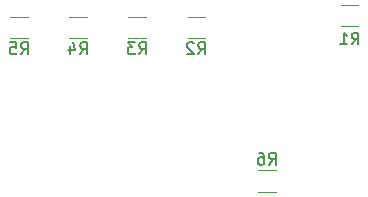
<source format=gbr>
%TF.GenerationSoftware,KiCad,Pcbnew,(6.0.6-0)*%
%TF.CreationDate,2022-07-16T17:32:28+08:00*%
%TF.ProjectId,__,8cc82e6b-6963-4616-945f-706362585858,rev?*%
%TF.SameCoordinates,Original*%
%TF.FileFunction,Legend,Bot*%
%TF.FilePolarity,Positive*%
%FSLAX46Y46*%
G04 Gerber Fmt 4.6, Leading zero omitted, Abs format (unit mm)*
G04 Created by KiCad (PCBNEW (6.0.6-0)) date 2022-07-16 17:32:28*
%MOMM*%
%LPD*%
G01*
G04 APERTURE LIST*
%ADD10C,0.150000*%
%ADD11C,0.120000*%
G04 APERTURE END LIST*
D10*
%TO.C,R2*%
X96166666Y-72272380D02*
X96500000Y-71796190D01*
X96738095Y-72272380D02*
X96738095Y-71272380D01*
X96357142Y-71272380D01*
X96261904Y-71320000D01*
X96214285Y-71367619D01*
X96166666Y-71462857D01*
X96166666Y-71605714D01*
X96214285Y-71700952D01*
X96261904Y-71748571D01*
X96357142Y-71796190D01*
X96738095Y-71796190D01*
X95785714Y-71367619D02*
X95738095Y-71320000D01*
X95642857Y-71272380D01*
X95404761Y-71272380D01*
X95309523Y-71320000D01*
X95261904Y-71367619D01*
X95214285Y-71462857D01*
X95214285Y-71558095D01*
X95261904Y-71700952D01*
X95833333Y-72272380D01*
X95214285Y-72272380D01*
%TO.C,R3*%
X91166666Y-72272380D02*
X91500000Y-71796190D01*
X91738095Y-72272380D02*
X91738095Y-71272380D01*
X91357142Y-71272380D01*
X91261904Y-71320000D01*
X91214285Y-71367619D01*
X91166666Y-71462857D01*
X91166666Y-71605714D01*
X91214285Y-71700952D01*
X91261904Y-71748571D01*
X91357142Y-71796190D01*
X91738095Y-71796190D01*
X90833333Y-71272380D02*
X90214285Y-71272380D01*
X90547619Y-71653333D01*
X90404761Y-71653333D01*
X90309523Y-71700952D01*
X90261904Y-71748571D01*
X90214285Y-71843809D01*
X90214285Y-72081904D01*
X90261904Y-72177142D01*
X90309523Y-72224761D01*
X90404761Y-72272380D01*
X90690476Y-72272380D01*
X90785714Y-72224761D01*
X90833333Y-72177142D01*
%TO.C,R1*%
X109166666Y-71452380D02*
X109500000Y-70976190D01*
X109738095Y-71452380D02*
X109738095Y-70452380D01*
X109357142Y-70452380D01*
X109261904Y-70500000D01*
X109214285Y-70547619D01*
X109166666Y-70642857D01*
X109166666Y-70785714D01*
X109214285Y-70880952D01*
X109261904Y-70928571D01*
X109357142Y-70976190D01*
X109738095Y-70976190D01*
X108214285Y-71452380D02*
X108785714Y-71452380D01*
X108500000Y-71452380D02*
X108500000Y-70452380D01*
X108595238Y-70595238D01*
X108690476Y-70690476D01*
X108785714Y-70738095D01*
%TO.C,R6*%
X102166666Y-81632380D02*
X102500000Y-81156190D01*
X102738095Y-81632380D02*
X102738095Y-80632380D01*
X102357142Y-80632380D01*
X102261904Y-80680000D01*
X102214285Y-80727619D01*
X102166666Y-80822857D01*
X102166666Y-80965714D01*
X102214285Y-81060952D01*
X102261904Y-81108571D01*
X102357142Y-81156190D01*
X102738095Y-81156190D01*
X101309523Y-80632380D02*
X101500000Y-80632380D01*
X101595238Y-80680000D01*
X101642857Y-80727619D01*
X101738095Y-80870476D01*
X101785714Y-81060952D01*
X101785714Y-81441904D01*
X101738095Y-81537142D01*
X101690476Y-81584761D01*
X101595238Y-81632380D01*
X101404761Y-81632380D01*
X101309523Y-81584761D01*
X101261904Y-81537142D01*
X101214285Y-81441904D01*
X101214285Y-81203809D01*
X101261904Y-81108571D01*
X101309523Y-81060952D01*
X101404761Y-81013333D01*
X101595238Y-81013333D01*
X101690476Y-81060952D01*
X101738095Y-81108571D01*
X101785714Y-81203809D01*
%TO.C,R4*%
X86166666Y-72272380D02*
X86500000Y-71796190D01*
X86738095Y-72272380D02*
X86738095Y-71272380D01*
X86357142Y-71272380D01*
X86261904Y-71320000D01*
X86214285Y-71367619D01*
X86166666Y-71462857D01*
X86166666Y-71605714D01*
X86214285Y-71700952D01*
X86261904Y-71748571D01*
X86357142Y-71796190D01*
X86738095Y-71796190D01*
X85309523Y-71605714D02*
X85309523Y-72272380D01*
X85547619Y-71224761D02*
X85785714Y-71939047D01*
X85166666Y-71939047D01*
%TO.C,R5*%
X81166666Y-72272380D02*
X81500000Y-71796190D01*
X81738095Y-72272380D02*
X81738095Y-71272380D01*
X81357142Y-71272380D01*
X81261904Y-71320000D01*
X81214285Y-71367619D01*
X81166666Y-71462857D01*
X81166666Y-71605714D01*
X81214285Y-71700952D01*
X81261904Y-71748571D01*
X81357142Y-71796190D01*
X81738095Y-71796190D01*
X80261904Y-71272380D02*
X80738095Y-71272380D01*
X80785714Y-71748571D01*
X80738095Y-71700952D01*
X80642857Y-71653333D01*
X80404761Y-71653333D01*
X80309523Y-71700952D01*
X80261904Y-71748571D01*
X80214285Y-71843809D01*
X80214285Y-72081904D01*
X80261904Y-72177142D01*
X80309523Y-72224761D01*
X80404761Y-72272380D01*
X80642857Y-72272380D01*
X80738095Y-72224761D01*
X80785714Y-72177142D01*
D11*
%TO.C,R2*%
X95272936Y-69090000D02*
X96727064Y-69090000D01*
X95272936Y-70910000D02*
X96727064Y-70910000D01*
%TO.C,R3*%
X90272936Y-69090000D02*
X91727064Y-69090000D01*
X90272936Y-70910000D02*
X91727064Y-70910000D01*
%TO.C,R1*%
X109727064Y-68090000D02*
X108272936Y-68090000D01*
X109727064Y-69910000D02*
X108272936Y-69910000D01*
%TO.C,R6*%
X102727064Y-82090000D02*
X101272936Y-82090000D01*
X102727064Y-83910000D02*
X101272936Y-83910000D01*
%TO.C,R4*%
X85272936Y-69090000D02*
X86727064Y-69090000D01*
X85272936Y-70910000D02*
X86727064Y-70910000D01*
%TO.C,R5*%
X80272936Y-70910000D02*
X81727064Y-70910000D01*
X80272936Y-69090000D02*
X81727064Y-69090000D01*
%TD*%
M02*

</source>
